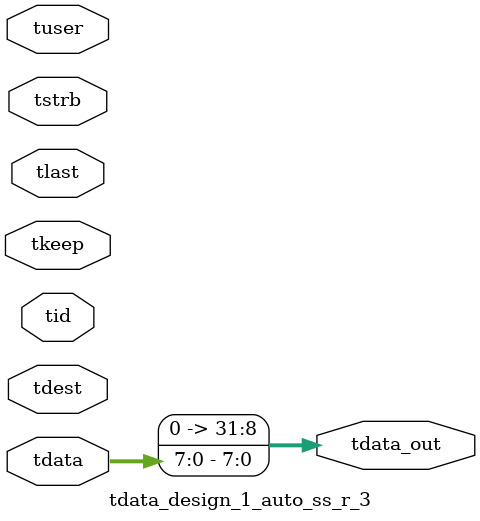
<source format=v>


`timescale 1ps/1ps

module tdata_design_1_auto_ss_r_3 #
(
parameter C_S_AXIS_TDATA_WIDTH = 32,
parameter C_S_AXIS_TUSER_WIDTH = 0,
parameter C_S_AXIS_TID_WIDTH   = 0,
parameter C_S_AXIS_TDEST_WIDTH = 0,
parameter C_M_AXIS_TDATA_WIDTH = 32
)
(
input  [(C_S_AXIS_TDATA_WIDTH == 0 ? 1 : C_S_AXIS_TDATA_WIDTH)-1:0     ] tdata,
input  [(C_S_AXIS_TUSER_WIDTH == 0 ? 1 : C_S_AXIS_TUSER_WIDTH)-1:0     ] tuser,
input  [(C_S_AXIS_TID_WIDTH   == 0 ? 1 : C_S_AXIS_TID_WIDTH)-1:0       ] tid,
input  [(C_S_AXIS_TDEST_WIDTH == 0 ? 1 : C_S_AXIS_TDEST_WIDTH)-1:0     ] tdest,
input  [(C_S_AXIS_TDATA_WIDTH/8)-1:0 ] tkeep,
input  [(C_S_AXIS_TDATA_WIDTH/8)-1:0 ] tstrb,
input                                                                    tlast,
output [C_M_AXIS_TDATA_WIDTH-1:0] tdata_out
);

assign tdata_out = {tdata[7:0]};

endmodule


</source>
